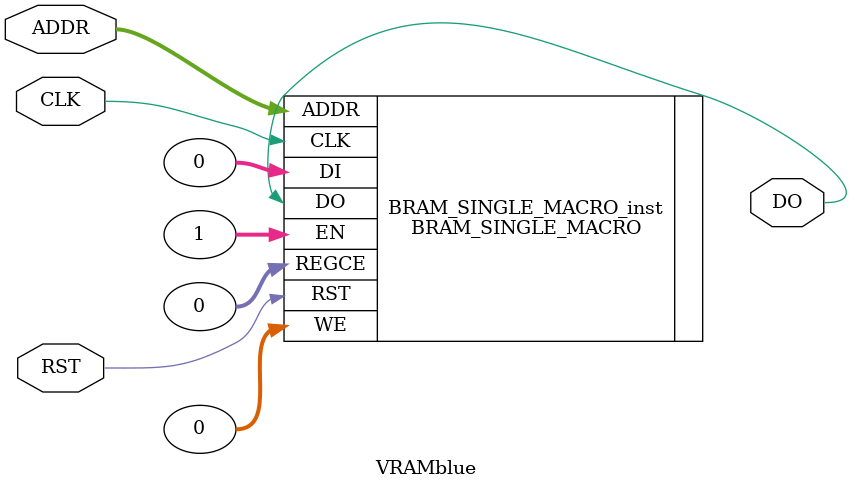
<source format=v>
module VRAMblue(DO, ADDR, CLK, RST);
      input CLK, RST;
      input [13:0] ADDR;
      output DO;
            
      // BRAM_SINGLE_MACRO : In order to incorporate this function into the design,
      //   Verilog   : the following instance declaration needs to be placed
      //  instance   : in the body of the design code.  The instance name
      // declaration : (BRAM_SINGLE_MACRO_inst) and/or the port declarations within the
      //    code     : parenthesis may be changed to properly reference and
      //             : connect this function to the design.  All inputs
      //             : and outputs must be connected.

      //  <-----Cut code below this line---->

      // BRAM_SINGLE_MACRO: Single Port RAM
      //                    Artix-7
      // Xilinx HDL Language Template, version 2018.3

      /////////////////////////////////////////////////////////////////////
      //  READ_WIDTH | BRAM_SIZE | READ Depth  | ADDR Width |            //
      // WRITE_WIDTH |           | WRITE Depth |            |  WE Width  //
      // ============|===========|=============|============|============//
      //    37-72    |  "36Kb"   |      512    |    9-bit   |    8-bit   //
      //    19-36    |  "36Kb"   |     1024    |   10-bit   |    4-bit   //
      //    19-36    |  "18Kb"   |      512    |    9-bit   |    4-bit   //
      //    10-18    |  "36Kb"   |     2048    |   11-bit   |    2-bit   //
      //    10-18    |  "18Kb"   |     1024    |   10-bit   |    2-bit   //
      //     5-9     |  "36Kb"   |     4096    |   12-bit   |    1-bit   //
      //     5-9     |  "18Kb"   |     2048    |   11-bit   |    1-bit   //
      //     3-4     |  "36Kb"   |     8192    |   13-bit   |    1-bit   //
      //     3-4     |  "18Kb"   |     4096    |   12-bit   |    1-bit   //
      //       2     |  "36Kb"   |    16384    |   14-bit   |    1-bit   //
      //       2     |  "18Kb"   |     8192    |   13-bit   |    1-bit   //
      //       1     |  "36Kb"   |    32768    |   15-bit   |    1-bit   //
      //       1     |  "18Kb"   |    16384    |   14-bit   |    1-bit   //
      /////////////////////////////////////////////////////////////////////

      BRAM_SINGLE_MACRO #(
         .BRAM_SIZE("18Kb"), // Target BRAM, "18Kb" or "36Kb" 
         .DEVICE("7SERIES"), // Target Device: "7SERIES" 
         .DO_REG(0), // Optional output register (0 or 1)
         .INIT(36'h000000000), // Initial values on output port
         .INIT_FILE ("NONE"),
         .WRITE_WIDTH(1), // Valid values are 1-72 (37-72 only valid when BRAM_SIZE="36Kb")
         .READ_WIDTH(1),  // Valid values are 1-72 (37-72 only valid when BRAM_SIZE="36Kb")
         .SRVAL(36'h000000000), // Set/Reset value for port output
         .WRITE_MODE("WRITE_FIRST"), // "WRITE_FIRST", "READ_FIRST", or "NO_CHANGE" 
         .INIT_00(256'h00000000000000000000000000000000FFFFFFFFFFFFFFFFFFFFFFFFFFFFFFFF),
         .INIT_01(256'h00000000000000000000000000000000FFFFFFFFFFFFFFFFFFFFFFFFFFFFFFFF),
         .INIT_02(256'h00000000000000000000000000000000FFFFFFFFFFFFFFFFFFFFFFFFFFFFFFFF),
         .INIT_03(256'h00000000000000000000000000000000FFFFFFFFFFFFFFFFFFFFFFFFFFFFFFFF),
         .INIT_04(256'h00000000000000000000000000000000FFFFFFFFFFFFFFFFFFFFFFFFFFFFFFFF),
         .INIT_05(256'h00000000000000000000000000000000FFFFFFFFFFFFFFFFFFFFFFFFFFFFFFFF),
         .INIT_06(256'h00000000000000000000000000000000FFFFFFFFFFFFFFFFFFFFFFFFFFFFFFFF),
         .INIT_07(256'h00000000000000000000000000000000FFFFFFFFFFFFFFFFFFFFFFFFFFFFFFFF),
         .INIT_08(256'h00000000000000000000000000000000FFFFFFFFFFFFFFFFFFFFFFFFFFFFFFFF),
         .INIT_09(256'h00000000000000000000000000000000FFFFFFFFFFFFFFFFFFFFFFFFFFFFFFFF),
         .INIT_0A(256'h00000000000000000000000000000000FFFFFFFFFFFFFFFFFFFFFFFFFFFFFFFF),
         .INIT_0B(256'h00000000000000000000000000000000FFFFFFFFFFFFFFFFFFFFFFFFFFFFFFFF),
         .INIT_0C(256'h00000000000000000000000000000000FFFFFFFFFFFFFFFFFFFFFFFFFFFFFFFF),
         .INIT_0D(256'h00000000000000000000000000000000FFFFFFFFFFFFFFFFFFFFFFFFFFFFFFFF),
         .INIT_0E(256'h00000000000000000000000000000000FFFFFFFFFFFFFFFFFFFFFFFFFFFFFFFF),
         .INIT_0F(256'h00000000000000000000000000000000FFFFFFFFFFFFFFFFFFFFFFFFFFFFFFFF),
         .INIT_10(256'hFFFFFFFFFFFFFFFFFFFFFFFFFFFFFFFFFFFFFFFFFFFFFFFFFFFFFFFFFFFFFFFF),
         .INIT_11(256'hFFFFFFFFFFFFFFFFFFFFFFFFFFFFFFFFFFFFFFFFFFFFFFFFFFFFFFFFFFFFFFFF),
         .INIT_12(256'hFFFFFFFFFFFFFFFFFFFFFFFFFFFFFFFFFFFFFFFFFFFFFFFFFFFFFFFFFFFFFFFF),
         .INIT_13(256'hFFFFFFFFFFFFFFFFFFFFFFFFFFFFFFFFFFFFFFFFFFFFFFFFFFFFFFFFFFFFFFFF),
         .INIT_14(256'hFFFFFFFFFFFFFFFFFFFFFFFFFFFFFFFFFFFFFFFFFFFFFFFFFFFFFFFFFFFFFFFF),
         .INIT_15(256'hFFFFFFFFFFFFFFFFFFFFFFFFFFFFFFFFFFFFFFFFFFFFFFFFFFFFFFFFFFFFFFFF),
         .INIT_16(256'hFFFFFFFFFFFFFFFFFFFFFFFFFFFFFFFFFFFFFFFFFFFFFFFFFFFFFFFFFFFFFFFF),
         .INIT_17(256'hFFFFFFFFFFFFFFFFFFFFFFFFFFFFFFFFFFFFFFFFFFFFFFFFFFFFFFFFFFFFFFFF),
         .INIT_18(256'h00FFF00FFF00FFF00FFF00FFF00FFFF000F0000F0000F0000F0000F0000F0F00),
         .INIT_19(256'h00FFF00FFF00FFF00FFF00FFF00FFFF000F0000F0000F0000F0000F0000F0F00),
         .INIT_1A(256'h00FFF00FFF00FFF00FFF00FFF00FFFF000F0000F0000F0000F0000F0000F0F00),
         .INIT_1B(256'h00FFF00FFF00FFF00FFF00FFF00FFFF000F0000F0000F0000F0000F0000F0F00),
         .INIT_1C(256'h00FFF00FFF00FFF00FFF00FFF00FFFF000F0000F0000F0000F0000F0000F0F00),
         .INIT_1D(256'h00FFF00FFF00FFF00FFF00FFF00FFFF000F0000F0000F0000F0000F0000F0F00),
         .INIT_1E(256'h00FFF00FFF00FFF00FFF00FFF00FFFF000F0000F0000F0000F0000F0000F0F00),
         .INIT_1F(256'h00FFF00FFF00FFF00FFF00FFF00FFFF000F0000F0000F0000F0000F0000F0F00),
         .INIT_20(256'h0000000000000000000000000000000000000000000000000000000000000000),
         .INIT_21(256'h0000000000000000000000000000000000000000000000000000000000000000),
         .INIT_22(256'h0000000000000000000000000000000000000000000000000000000000000000),
         .INIT_23(256'h0000000000000000000000000000000000000000000000000000000000000000),
         .INIT_24(256'h0000000000000000000000000000000000000000000000000000000000000000),
         .INIT_25(256'h0000000000000000000000000000000000000000000000000000000000000000),
         .INIT_26(256'h0000000000000000000000000000000000000000000000000000000000000000),
         .INIT_27(256'h0000000000000000000000000000000000000000000000000000000000000000),
         .INIT_28(256'h0000000000000000000000000000000000000000000000000000000000000000),
         .INIT_29(256'h0000000000000000000000000000000000000000000000000000000000000000),
         .INIT_2A(256'h0000000000000000000000000000000000000000000000000000000000000000),
         .INIT_2B(256'h0000000000000000000000000000000000000000000000000000000000000000),
         .INIT_2C(256'h0000000000000000000000000000000000000000000000000000000000000000),
         .INIT_2D(256'h0000000000000000000000000000000000000000000000000000000000000000),
         .INIT_2E(256'h0000000000000000000000000000000000000000000000000000000000000000),
         .INIT_2F(256'h0000000000000000000000000000000000000000000000000000000000000000),
         .INIT_30(256'h0000000000000000000000000000000000000000000000000000000000000000),
         .INIT_31(256'h0000000000000000000000000000000000000000000000000000000000000000),
         .INIT_32(256'h0000000000000000000000000000000000000000000000000000000000000000),
         .INIT_33(256'h0000000000000000000000000000000000000000000000000000000000000000),
         .INIT_34(256'h0000000000000000000000000000000000000000000000000000000000000000),
         .INIT_35(256'h0000000000000000000000000000000000000000000000000000000000000000),
         .INIT_36(256'h0000000000000000000000000000000000000000000000000000000000000000),
         .INIT_37(256'h0000000000000000000000000000000000000000000000000000000000000000),
         .INIT_38(256'h0000000000000000000000000000000000000000000000000000000000000000),
         .INIT_39(256'h0000000000000000000000000000000000000000000000000000000000000000),
         .INIT_3A(256'h0000000000000000000000000000000000000000000000000000000000000000),
         .INIT_3B(256'h0000000000000000000000000000000000000000000000000000000000000000),
         .INIT_3C(256'h0000000000000000000000000000000000000000000000000000000000000000),
         .INIT_3D(256'h0000000000000000000000000000000000000000000000000000000000000000),
         .INIT_3E(256'h0000000000000000000000000000000000000000000000000000000000000000),
         .INIT_3F(256'h0000000000000000000000000000000000000000000000000000000000000000),
   
         // The next set of INIT_xx are valid when configured as 36Kb
         .INIT_40(256'h0000000000000000000000000000000000000000000000000000000000000000),
         .INIT_41(256'h0000000000000000000000000000000000000000000000000000000000000000),
         .INIT_42(256'h0000000000000000000000000000000000000000000000000000000000000000),
         .INIT_43(256'h0000000000000000000000000000000000000000000000000000000000000000),
         .INIT_44(256'h0000000000000000000000000000000000000000000000000000000000000000),
         .INIT_45(256'h0000000000000000000000000000000000000000000000000000000000000000),
         .INIT_46(256'h0000000000000000000000000000000000000000000000000000000000000000),
         .INIT_47(256'h0000000000000000000000000000000000000000000000000000000000000000),
         .INIT_48(256'h0000000000000000000000000000000000000000000000000000000000000000),
         .INIT_49(256'h0000000000000000000000000000000000000000000000000000000000000000),
         .INIT_4A(256'h0000000000000000000000000000000000000000000000000000000000000000),
         .INIT_4B(256'h0000000000000000000000000000000000000000000000000000000000000000),
         .INIT_4C(256'h0000000000000000000000000000000000000000000000000000000000000000),
         .INIT_4D(256'h0000000000000000000000000000000000000000000000000000000000000000),
         .INIT_4E(256'h0000000000000000000000000000000000000000000000000000000000000000),
         .INIT_4F(256'h0000000000000000000000000000000000000000000000000000000000000000),
         .INIT_50(256'h0000000000000000000000000000000000000000000000000000000000000000),
         .INIT_51(256'h0000000000000000000000000000000000000000000000000000000000000000),
         .INIT_52(256'h0000000000000000000000000000000000000000000000000000000000000000),
         .INIT_53(256'h0000000000000000000000000000000000000000000000000000000000000000),
         .INIT_54(256'h0000000000000000000000000000000000000000000000000000000000000000),
         .INIT_55(256'h0000000000000000000000000000000000000000000000000000000000000000),
         .INIT_56(256'h0000000000000000000000000000000000000000000000000000000000000000),
         .INIT_57(256'h0000000000000000000000000000000000000000000000000000000000000000),
         .INIT_58(256'h0000000000000000000000000000000000000000000000000000000000000000),
         .INIT_59(256'h0000000000000000000000000000000000000000000000000000000000000000),
         .INIT_5A(256'h0000000000000000000000000000000000000000000000000000000000000000),
         .INIT_5B(256'h0000000000000000000000000000000000000000000000000000000000000000),
         .INIT_5C(256'h0000000000000000000000000000000000000000000000000000000000000000),
         .INIT_5D(256'h0000000000000000000000000000000000000000000000000000000000000000),
         .INIT_5E(256'h0000000000000000000000000000000000000000000000000000000000000000),
         .INIT_5F(256'h0000000000000000000000000000000000000000000000000000000000000000),
         .INIT_60(256'h0000000000000000000000000000000000000000000000000000000000000000),
         .INIT_61(256'h0000000000000000000000000000000000000000000000000000000000000000),
         .INIT_62(256'h0000000000000000000000000000000000000000000000000000000000000000),
         .INIT_63(256'h0000000000000000000000000000000000000000000000000000000000000000),
         .INIT_64(256'h0000000000000000000000000000000000000000000000000000000000000000),
         .INIT_65(256'h0000000000000000000000000000000000000000000000000000000000000000),
         .INIT_66(256'h0000000000000000000000000000000000000000000000000000000000000000),
         .INIT_67(256'h0000000000000000000000000000000000000000000000000000000000000000),
         .INIT_68(256'h0000000000000000000000000000000000000000000000000000000000000000),
         .INIT_69(256'h0000000000000000000000000000000000000000000000000000000000000000),
         .INIT_6A(256'h0000000000000000000000000000000000000000000000000000000000000000),
         .INIT_6B(256'h0000000000000000000000000000000000000000000000000000000000000000),
         .INIT_6C(256'h0000000000000000000000000000000000000000000000000000000000000000),
         .INIT_6D(256'h0000000000000000000000000000000000000000000000000000000000000000),
         .INIT_6E(256'h0000000000000000000000000000000000000000000000000000000000000000),
         .INIT_6F(256'h0000000000000000000000000000000000000000000000000000000000000000),
         .INIT_70(256'h0000000000000000000000000000000000000000000000000000000000000000),
         .INIT_71(256'h0000000000000000000000000000000000000000000000000000000000000000),
         .INIT_72(256'h0000000000000000000000000000000000000000000000000000000000000000),
         .INIT_73(256'h0000000000000000000000000000000000000000000000000000000000000000),
         .INIT_74(256'h0000000000000000000000000000000000000000000000000000000000000000),
         .INIT_75(256'h0000000000000000000000000000000000000000000000000000000000000000),
         .INIT_76(256'h0000000000000000000000000000000000000000000000000000000000000000),
         .INIT_77(256'h0000000000000000000000000000000000000000000000000000000000000000),
         .INIT_78(256'h0000000000000000000000000000000000000000000000000000000000000000),
         .INIT_79(256'h0000000000000000000000000000000000000000000000000000000000000000),
         .INIT_7A(256'h0000000000000000000000000000000000000000000000000000000000000000),
         .INIT_7B(256'h0000000000000000000000000000000000000000000000000000000000000000),
         .INIT_7C(256'h0000000000000000000000000000000000000000000000000000000000000000),
         .INIT_7D(256'h0000000000000000000000000000000000000000000000000000000000000000),
         .INIT_7E(256'h0000000000000000000000000000000000000000000000000000000000000000),
         .INIT_7F(256'h0000000000000000000000000000000000000000000000000000000000000000),

         // The next set of INITP_xx are for the parity bits
         .INITP_00(256'h0000000000000000000000000000000000000000000000000000000000000000),
         .INITP_01(256'h0000000000000000000000000000000000000000000000000000000000000000),
         .INITP_02(256'h0000000000000000000000000000000000000000000000000000000000000000),
         .INITP_03(256'h0000000000000000000000000000000000000000000000000000000000000000),
         .INITP_04(256'h0000000000000000000000000000000000000000000000000000000000000000),
         .INITP_05(256'h0000000000000000000000000000000000000000000000000000000000000000),
         .INITP_06(256'h0000000000000000000000000000000000000000000000000000000000000000),
         .INITP_07(256'h0000000000000000000000000000000000000000000000000000000000000000),

         // The next set of INIT_xx are valid when configured as 36Kb
         .INITP_08(256'h0000000000000000000000000000000000000000000000000000000000000000),
         .INITP_09(256'h0000000000000000000000000000000000000000000000000000000000000000),
         .INITP_0A(256'h0000000000000000000000000000000000000000000000000000000000000000),
         .INITP_0B(256'h0000000000000000000000000000000000000000000000000000000000000000),
         .INITP_0C(256'h0000000000000000000000000000000000000000000000000000000000000000),
         .INITP_0D(256'h0000000000000000000000000000000000000000000000000000000000000000),
         .INITP_0E(256'h0000000000000000000000000000000000000000000000000000000000000000),
         .INITP_0F(256'h0000000000000000000000000000000000000000000000000000000000000000)
      ) BRAM_SINGLE_MACRO_inst (
         .DO(DO),       // Output data, width defined by READ_WIDTH parameter
         .ADDR(ADDR),   // Input address, width defined by read/write port depth
         .CLK(CLK),     // 1-bit input clock
         .DI(0),       // Input data port, width defined by WRITE_WIDTH parameter
         .EN(1),       // 1-bit input RAM enable
         .REGCE(0), // 1-bit input output register enable
         .RST(RST),     // 1-bit input reset
         .WE(0)        // Input write enable, width defined by write port depth
      );

      // End of BRAM_SINGLE_MACRO_inst instantiation	
endmodule
</source>
